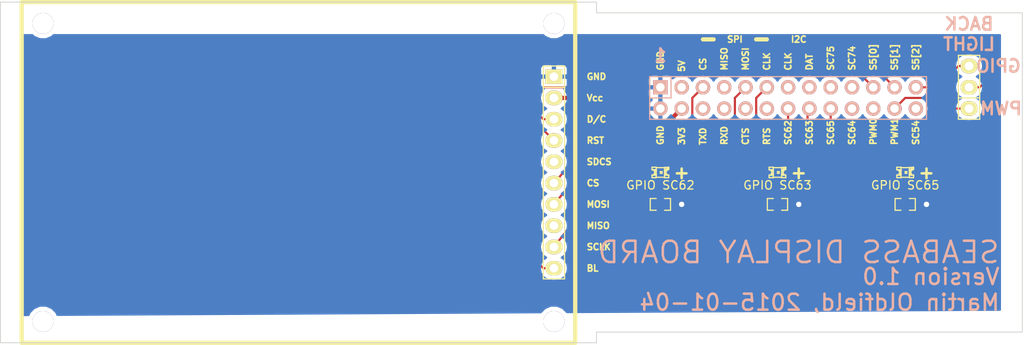
<source format=kicad_pcb>
(kicad_pcb (version 4) (host pcbnew "(2014-12-14 BZR 5322)-product")

  (general
    (links 20)
    (no_connects 0)
    (area 17.729999 44.399999 139.750001 85.140001)
    (thickness 1.6)
    (drawings 71)
    (tracks 81)
    (zones 0)
    (modules 13)
    (nets 30)
  )

  (page A4)
  (layers
    (0 F.Cu signal)
    (31 B.Cu signal)
    (32 B.Adhes user)
    (33 F.Adhes user)
    (34 B.Paste user)
    (35 F.Paste user)
    (36 B.SilkS user)
    (37 F.SilkS user)
    (38 B.Mask user)
    (39 F.Mask user)
    (40 Dwgs.User user hide)
    (41 Cmts.User user)
    (42 Eco1.User user)
    (43 Eco2.User user)
    (44 Edge.Cuts user)
    (45 Margin user)
    (46 B.CrtYd user)
    (47 F.CrtYd user)
    (48 B.Fab user)
    (49 F.Fab user)
  )

  (setup
    (last_trace_width 0.254)
    (trace_clearance 0.254)
    (zone_clearance 0.508)
    (zone_45_only no)
    (trace_min 0.254)
    (segment_width 0.508)
    (edge_width 0.1)
    (via_size 0.889)
    (via_drill 0.635)
    (via_min_size 0.889)
    (via_min_drill 0.508)
    (uvia_size 0.508)
    (uvia_drill 0.127)
    (uvias_allowed no)
    (uvia_min_size 0.508)
    (uvia_min_drill 0.127)
    (pcb_text_width 0.3)
    (pcb_text_size 1.5 1.5)
    (mod_edge_width 0.15)
    (mod_text_size 1 1)
    (mod_text_width 0.15)
    (pad_size 1.7272 1.7272)
    (pad_drill 1.016)
    (pad_to_mask_clearance 0)
    (aux_axis_origin 0 0)
    (visible_elements FFFFFF7F)
    (pcbplotparams
      (layerselection 0x00030_80000001)
      (usegerberextensions false)
      (excludeedgelayer true)
      (linewidth 0.100000)
      (plotframeref false)
      (viasonmask false)
      (mode 1)
      (useauxorigin false)
      (hpglpennumber 1)
      (hpglpenspeed 20)
      (hpglpendiameter 15)
      (hpglpenoverlay 2)
      (psnegative false)
      (psa4output false)
      (plotreference true)
      (plotvalue true)
      (plotinvisibletext false)
      (padsonsilk false)
      (subtractmaskfromsilk false)
      (outputformat 1)
      (mirror false)
      (drillshape 1)
      (scaleselection 1)
      (outputdirectory ""))
  )

  (net 0 "")
  (net 1 V3V3)
  (net 2 V5V)
  (net 3 GND)
  (net 4 TXD)
  (net 5 RXD)
  (net 6 CTS)
  (net 7 RTS)
  (net 8 SC62)
  (net 9 SC63)
  (net 10 SC65)
  (net 11 SC64)
  (net 12 PWM0)
  (net 13 PWM1)
  (net 14 SC54)
  (net 15 S52)
  (net 16 S51)
  (net 17 S50)
  (net 18 SC74)
  (net 19 SC75)
  (net 20 I2C_DAT)
  (net 21 I2C_CLK)
  (net 22 SPI_CLK)
  (net 23 SPI_MOSI)
  (net 24 SPI_MISO)
  (net 25 SPI_CS)
  (net 26 BL)
  (net 27 NL0)
  (net 28 NL1)
  (net 29 NL2)

  (net_class Default "This is the default net class."
    (clearance 0.254)
    (trace_width 0.254)
    (via_dia 0.889)
    (via_drill 0.635)
    (uvia_dia 0.508)
    (uvia_drill 0.127)
    (add_net GND)
    (add_net NL1)
    (add_net NL2)
  )

  (net_class Power ""
    (clearance 0.254)
    (trace_width 1.016)
    (via_dia 0.889)
    (via_drill 0.635)
    (uvia_dia 0.508)
    (uvia_drill 0.127)
    (add_net V3V3)
    (add_net V5V)
  )

  (net_class Signal ""
    (clearance 0.254)
    (trace_width 0.508)
    (via_dia 0.889)
    (via_drill 0.635)
    (uvia_dia 0.508)
    (uvia_drill 0.127)
    (add_net BL)
    (add_net CTS)
    (add_net I2C_CLK)
    (add_net I2C_DAT)
    (add_net NL0)
    (add_net PWM0)
    (add_net PWM1)
    (add_net RTS)
    (add_net RXD)
    (add_net S50)
    (add_net S51)
    (add_net S52)
    (add_net SC54)
    (add_net SC62)
    (add_net SC63)
    (add_net SC64)
    (add_net SC65)
    (add_net SC74)
    (add_net SC75)
    (add_net SPI_CLK)
    (add_net SPI_CS)
    (add_net SPI_MISO)
    (add_net SPI_MOSI)
    (add_net TXD)
  )

  (module Mounting_Holes:MountingHole_2-5mm (layer F.Cu) (tedit 54A7CFEC) (tstamp 54A7D11B)
    (at 22.86 46.99)
    (descr "Mounting hole, Befestigungsbohrung, 2,5mm, No Annular, Kein Restring,")
    (tags "Mounting hole, Befestigungsbohrung, 2,5mm, No Annular, Kein Restring,")
    (fp_text reference MountingHole_2-5mm (at 0 -3.50012) (layer F.SilkS) hide
      (effects (font (size 1 1) (thickness 0.15)))
    )
    (fp_text value VAL** (at 0.09906 3.59918) (layer F.SilkS) hide
      (effects (font (size 1 1) (thickness 0.15)))
    )
    (fp_circle (center 0 0) (end 2.49936 0) (layer Cmts.User) (width 0.381))
    (pad 1 thru_hole circle (at 0 0) (size 2.49936 2.49936) (drill 2.49936) (layers))
  )

  (module Mounting_Holes:MountingHole_2-5mm (layer F.Cu) (tedit 54A7CFE4) (tstamp 54A79968)
    (at 83.82 46.99)
    (descr "Mounting hole, Befestigungsbohrung, 2,5mm, No Annular, Kein Restring,")
    (tags "Mounting hole, Befestigungsbohrung, 2,5mm, No Annular, Kein Restring,")
    (fp_text reference MountingHole_2-5mm (at 0 -3.50012) (layer F.SilkS) hide
      (effects (font (size 1 1) (thickness 0.15)))
    )
    (fp_text value VAL** (at 0.09906 3.59918) (layer F.SilkS) hide
      (effects (font (size 1 1) (thickness 0.15)))
    )
    (fp_circle (center 0 0) (end 2.49936 0) (layer Cmts.User) (width 0.381))
    (pad 1 thru_hole circle (at 0 0) (size 2.49936 2.49936) (drill 2.49936) (layers))
  )

  (module Pin_Headers:Pin_Header_Straight_2x13 (layer B.Cu) (tedit 54A91171) (tstamp 54A84E32)
    (at 111.76 55.88)
    (descr "Through hole pin header")
    (tags "pin header")
    (fp_text reference Pin_Header_Straight_2x13 (at 0 3.81) (layer B.SilkS) hide
      (effects (font (size 1 1) (thickness 0.15)) (justify mirror))
    )
    (fp_text value VAL** (at 0 0) (layer B.SilkS) hide
      (effects (font (size 1 1) (thickness 0.15)) (justify mirror))
    )
    (fp_line (start -16.51 2.54) (end 16.51 2.54) (layer B.SilkS) (width 0.15))
    (fp_line (start -13.97 -2.54) (end 16.51 -2.54) (layer B.SilkS) (width 0.15))
    (fp_line (start 16.51 2.54) (end 16.51 -2.54) (layer B.SilkS) (width 0.15))
    (fp_line (start -16.51 2.54) (end -16.51 0) (layer B.SilkS) (width 0.15))
    (fp_line (start -16.51 -2.54) (end -13.97 -2.54) (layer B.SilkS) (width 0.15))
    (fp_line (start -16.51 0) (end -13.97 0) (layer B.SilkS) (width 0.15))
    (fp_line (start -13.97 0) (end -13.97 -2.54) (layer B.SilkS) (width 0.15))
    (fp_line (start -16.51 -2.54) (end -16.51 0) (layer B.SilkS) (width 0.15))
    (pad 1 thru_hole rect (at -15.24 -1.27) (size 1.7272 1.7272) (drill 1.016) (layers *.Cu *.Mask B.SilkS)
      (net 3 GND))
    (pad 2 thru_hole oval (at -15.24 1.27) (size 1.7272 1.7272) (drill 1.016) (layers *.Cu *.Mask B.SilkS)
      (net 3 GND))
    (pad 3 thru_hole oval (at -12.7 -1.27) (size 1.7272 1.7272) (drill 1.016) (layers *.Cu *.Mask B.SilkS)
      (net 2 V5V))
    (pad 4 thru_hole oval (at -12.7 1.27) (size 1.7272 1.7272) (drill 1.016) (layers *.Cu *.Mask B.SilkS)
      (net 1 V3V3))
    (pad 5 thru_hole oval (at -10.16 -1.27) (size 1.7272 1.7272) (drill 1.016) (layers *.Cu *.Mask B.SilkS)
      (net 25 SPI_CS))
    (pad 6 thru_hole oval (at -10.16 1.27) (size 1.7272 1.7272) (drill 1.016) (layers *.Cu *.Mask B.SilkS)
      (net 4 TXD))
    (pad 7 thru_hole oval (at -7.62 -1.27) (size 1.7272 1.7272) (drill 1.016) (layers *.Cu *.Mask B.SilkS)
      (net 24 SPI_MISO))
    (pad 8 thru_hole oval (at -7.62 1.27) (size 1.7272 1.7272) (drill 1.016) (layers *.Cu *.Mask B.SilkS)
      (net 5 RXD))
    (pad 9 thru_hole oval (at -5.08 -1.27) (size 1.7272 1.7272) (drill 1.016) (layers *.Cu *.Mask B.SilkS)
      (net 23 SPI_MOSI))
    (pad 10 thru_hole oval (at -5.08 1.27) (size 1.7272 1.7272) (drill 1.016) (layers *.Cu *.Mask B.SilkS)
      (net 6 CTS))
    (pad 11 thru_hole oval (at -2.54 -1.27) (size 1.7272 1.7272) (drill 1.016) (layers *.Cu *.Mask B.SilkS)
      (net 22 SPI_CLK))
    (pad 12 thru_hole oval (at -2.54 1.27) (size 1.7272 1.7272) (drill 1.016) (layers *.Cu *.Mask B.SilkS)
      (net 7 RTS))
    (pad 13 thru_hole oval (at 0 -1.27) (size 1.7272 1.7272) (drill 1.016) (layers *.Cu *.Mask B.SilkS)
      (net 21 I2C_CLK))
    (pad 14 thru_hole oval (at 0 1.27) (size 1.7272 1.7272) (drill 1.016) (layers *.Cu *.Mask B.SilkS)
      (net 8 SC62))
    (pad 15 thru_hole oval (at 2.54 -1.27) (size 1.7272 1.7272) (drill 1.016) (layers *.Cu *.Mask B.SilkS)
      (net 20 I2C_DAT))
    (pad 16 thru_hole oval (at 2.54 1.27) (size 1.7272 1.7272) (drill 1.016) (layers *.Cu *.Mask B.SilkS)
      (net 9 SC63))
    (pad 17 thru_hole oval (at 5.08 -1.27) (size 1.7272 1.7272) (drill 1.016) (layers *.Cu *.Mask B.SilkS)
      (net 19 SC75))
    (pad 18 thru_hole oval (at 5.08 1.27) (size 1.7272 1.7272) (drill 1.016) (layers *.Cu *.Mask B.SilkS)
      (net 10 SC65))
    (pad 19 thru_hole oval (at 7.62 -1.27) (size 1.7272 1.7272) (drill 1.016) (layers *.Cu *.Mask B.SilkS)
      (net 18 SC74))
    (pad 20 thru_hole oval (at 7.62 1.27) (size 1.7272 1.7272) (drill 1.016) (layers *.Cu *.Mask B.SilkS)
      (net 11 SC64))
    (pad 21 thru_hole oval (at 10.16 -1.27) (size 1.7272 1.7272) (drill 1.016) (layers *.Cu *.Mask B.SilkS)
      (net 17 S50))
    (pad 22 thru_hole oval (at 10.16 1.27) (size 1.7272 1.7272) (drill 1.016) (layers *.Cu *.Mask B.SilkS)
      (net 12 PWM0))
    (pad 23 thru_hole oval (at 12.7 -1.27) (size 1.7272 1.7272) (drill 1.016) (layers *.Cu *.Mask B.SilkS)
      (net 16 S51))
    (pad 24 thru_hole oval (at 12.7 1.27) (size 1.7272 1.7272) (drill 1.016) (layers *.Cu *.Mask B.SilkS)
      (net 13 PWM1))
    (pad 25 thru_hole oval (at 15.24 -1.27) (size 1.7272 1.7272) (drill 1.016) (layers *.Cu *.Mask B.SilkS)
      (net 15 S52))
    (pad 26 thru_hole oval (at 15.24 1.27) (size 1.7272 1.7272) (drill 1.016) (layers *.Cu *.Mask B.SilkS)
      (net 14 SC54))
    (model Pin_Headers/Pin_Header_Straight_2x13.wrl
      (at (xyz 0 0 0))
      (scale (xyz 1 1 1))
      (rotate (xyz 0 0 0))
    )
  )

  (module Pin_Headers:Pin_Header_Straight_1x10 (layer F.Cu) (tedit 54A814EE) (tstamp 54A79664)
    (at 83.82 64.77 270)
    (descr "Through hole pin header")
    (tags "pin header")
    (fp_text reference Pin_Header_Straight_1x10 (at 0 -2.286 270) (layer F.SilkS) hide
      (effects (font (size 1 1) (thickness 0.15)))
    )
    (fp_text value VAL** (at 0 0 270) (layer F.SilkS) hide
      (effects (font (size 1 1) (thickness 0.15)))
    )
    (fp_line (start -10.16 -1.27) (end 12.7 -1.27) (layer F.SilkS) (width 0.15))
    (fp_line (start 12.7 -1.27) (end 12.7 1.27) (layer F.SilkS) (width 0.15))
    (fp_line (start 12.7 1.27) (end -10.16 1.27) (layer F.SilkS) (width 0.15))
    (fp_line (start -12.7 -1.27) (end -10.16 -1.27) (layer F.SilkS) (width 0.15))
    (fp_line (start -10.16 -1.27) (end -10.16 1.27) (layer F.SilkS) (width 0.15))
    (fp_line (start -12.7 -1.27) (end -12.7 1.27) (layer F.SilkS) (width 0.15))
    (fp_line (start -12.7 1.27) (end -10.16 1.27) (layer F.SilkS) (width 0.15))
    (pad 1 thru_hole rect (at -11.43 0 270) (size 1.7272 2.032) (drill 1.016) (layers *.Cu *.Mask F.SilkS)
      (net 3 GND))
    (pad 2 thru_hole oval (at -8.89 0 270) (size 1.7272 2.032) (drill 1.016) (layers *.Cu *.Mask F.SilkS)
      (net 1 V3V3))
    (pad 3 thru_hole oval (at -6.35 0 270) (size 1.7272 2.032) (drill 1.016) (layers *.Cu *.Mask F.SilkS)
      (net 17 S50))
    (pad 4 thru_hole oval (at -3.81 0 270) (size 1.7272 2.032) (drill 1.016) (layers *.Cu *.Mask F.SilkS)
      (net 16 S51))
    (pad 5 thru_hole oval (at -1.27 0 270) (size 1.7272 2.032) (drill 1.016) (layers *.Cu *.Mask F.SilkS))
    (pad 6 thru_hole oval (at 1.27 0 270) (size 1.7272 2.032) (drill 1.016) (layers *.Cu *.Mask F.SilkS)
      (net 25 SPI_CS))
    (pad 7 thru_hole oval (at 3.81 0 270) (size 1.7272 2.032) (drill 1.016) (layers *.Cu *.Mask F.SilkS)
      (net 23 SPI_MOSI))
    (pad 8 thru_hole oval (at 6.35 0 270) (size 1.7272 2.032) (drill 1.016) (layers *.Cu *.Mask F.SilkS))
    (pad 9 thru_hole oval (at 8.89 0 270) (size 1.7272 2.032) (drill 1.016) (layers *.Cu *.Mask F.SilkS)
      (net 22 SPI_CLK))
    (pad 10 thru_hole oval (at 11.43 0 270) (size 1.7272 2.032) (drill 1.016) (layers *.Cu *.Mask F.SilkS)
      (net 26 BL))
    (model Pin_Headers/Pin_Header_Straight_1x10.wrl
      (at (xyz 0 0 0))
      (scale (xyz 1 1 1))
      (rotate (xyz 0 0 0))
    )
  )

  (module Mounting_Holes:MountingHole_2-5mm (layer F.Cu) (tedit 54A7CFD4) (tstamp 54A79943)
    (at 83.82 82.55)
    (descr "Mounting hole, Befestigungsbohrung, 2,5mm, No Annular, Kein Restring,")
    (tags "Mounting hole, Befestigungsbohrung, 2,5mm, No Annular, Kein Restring,")
    (fp_text reference MountingHole_2-5mm (at 0 -3.50012) (layer F.SilkS) hide
      (effects (font (size 1 1) (thickness 0.15)))
    )
    (fp_text value VAL** (at 0.09906 3.59918) (layer F.SilkS) hide
      (effects (font (size 1 1) (thickness 0.15)))
    )
    (fp_circle (center 0 0) (end 2.49936 0) (layer Cmts.User) (width 0.381))
    (pad 1 thru_hole circle (at 0 0) (size 2.49936 2.49936) (drill 2.49936) (layers))
  )

  (module Mounting_Holes:MountingHole_2-5mm (layer F.Cu) (tedit 54A7CFF2) (tstamp 54A7D122)
    (at 22.86 82.55)
    (descr "Mounting hole, Befestigungsbohrung, 2,5mm, No Annular, Kein Restring,")
    (tags "Mounting hole, Befestigungsbohrung, 2,5mm, No Annular, Kein Restring,")
    (fp_text reference MountingHole_2-5mm (at 0 -3.50012) (layer F.SilkS) hide
      (effects (font (size 1 1) (thickness 0.15)))
    )
    (fp_text value VAL** (at 0.09906 3.59918) (layer F.SilkS) hide
      (effects (font (size 1 1) (thickness 0.15)))
    )
    (fp_circle (center 0 0) (end 2.49936 0) (layer Cmts.User) (width 0.381))
    (pad 1 thru_hole circle (at 0 0) (size 2.49936 2.49936) (drill 2.49936) (layers))
  )

  (module Pin_Headers:Pin_Header_Straight_1x03 (layer F.Cu) (tedit 54A81F57) (tstamp 54A81F2B)
    (at 133.35 54.61 90)
    (descr "Through hole pin header")
    (tags "pin header")
    (fp_text reference Pin_Header_Straight_1x03 (at 0 -2.286 90) (layer F.SilkS) hide
      (effects (font (size 1 1) (thickness 0.15)))
    )
    (fp_text value VAL** (at 0 0 90) (layer F.SilkS) hide
      (effects (font (size 1 1) (thickness 0.15)))
    )
    (fp_line (start -1.27 1.27) (end 3.81 1.27) (layer F.SilkS) (width 0.15))
    (fp_line (start 3.81 1.27) (end 3.81 -1.27) (layer F.SilkS) (width 0.15))
    (fp_line (start 3.81 -1.27) (end -1.27 -1.27) (layer F.SilkS) (width 0.15))
    (fp_line (start -3.81 -1.27) (end -1.27 -1.27) (layer F.SilkS) (width 0.15))
    (fp_line (start -1.27 -1.27) (end -1.27 1.27) (layer F.SilkS) (width 0.15))
    (fp_line (start -3.81 -1.27) (end -3.81 1.27) (layer F.SilkS) (width 0.15))
    (fp_line (start -3.81 1.27) (end -1.27 1.27) (layer F.SilkS) (width 0.15))
    (pad 1 thru_hole oval (at -2.54 0 90) (size 1.7272 2.032) (drill 1.016) (layers *.Cu *.Mask F.SilkS)
      (net 13 PWM1))
    (pad 2 thru_hole oval (at 0 0 90) (size 1.7272 2.032) (drill 1.016) (layers *.Cu *.Mask F.SilkS)
      (net 26 BL))
    (pad 3 thru_hole oval (at 2.54 0 90) (size 1.7272 2.032) (drill 1.016) (layers *.Cu *.Mask F.SilkS)
      (net 15 S52))
    (model Pin_Headers/Pin_Header_Straight_1x03.wrl
      (at (xyz 0 0 0))
      (scale (xyz 1 1 1))
      (rotate (xyz 0 0 0))
    )
  )

  (module LEDs:LED-0805 (layer F.Cu) (tedit 54A84911) (tstamp 54A831E2)
    (at 96.52 64.77)
    (descr "LED 0805 smd package")
    (tags "LED 0805 SMD")
    (attr smd)
    (fp_text reference LED1 (at 0 -1.27) (layer F.SilkS) hide
      (effects (font (size 1 1) (thickness 0.15)))
    )
    (fp_text value "GPIO SC62" (at 0 1.524) (layer F.SilkS)
      (effects (font (size 1 1) (thickness 0.15)))
    )
    (fp_line (start 0.49784 0.29972) (end 0.49784 0.62484) (layer F.SilkS) (width 0.15))
    (fp_line (start 0.49784 0.62484) (end 0.99822 0.62484) (layer F.SilkS) (width 0.15))
    (fp_line (start 0.99822 0.29972) (end 0.99822 0.62484) (layer F.SilkS) (width 0.15))
    (fp_line (start 0.49784 0.29972) (end 0.99822 0.29972) (layer F.SilkS) (width 0.15))
    (fp_line (start 0.49784 -0.32258) (end 0.49784 -0.17272) (layer F.SilkS) (width 0.15))
    (fp_line (start 0.49784 -0.17272) (end 0.7493 -0.17272) (layer F.SilkS) (width 0.15))
    (fp_line (start 0.7493 -0.32258) (end 0.7493 -0.17272) (layer F.SilkS) (width 0.15))
    (fp_line (start 0.49784 -0.32258) (end 0.7493 -0.32258) (layer F.SilkS) (width 0.15))
    (fp_line (start 0.49784 0.17272) (end 0.49784 0.32258) (layer F.SilkS) (width 0.15))
    (fp_line (start 0.49784 0.32258) (end 0.7493 0.32258) (layer F.SilkS) (width 0.15))
    (fp_line (start 0.7493 0.17272) (end 0.7493 0.32258) (layer F.SilkS) (width 0.15))
    (fp_line (start 0.49784 0.17272) (end 0.7493 0.17272) (layer F.SilkS) (width 0.15))
    (fp_line (start 0.49784 -0.19812) (end 0.49784 0.19812) (layer F.SilkS) (width 0.15))
    (fp_line (start 0.49784 0.19812) (end 0.6731 0.19812) (layer F.SilkS) (width 0.15))
    (fp_line (start 0.6731 -0.19812) (end 0.6731 0.19812) (layer F.SilkS) (width 0.15))
    (fp_line (start 0.49784 -0.19812) (end 0.6731 -0.19812) (layer F.SilkS) (width 0.15))
    (fp_line (start -0.99822 0.29972) (end -0.99822 0.62484) (layer F.SilkS) (width 0.15))
    (fp_line (start -0.99822 0.62484) (end -0.49784 0.62484) (layer F.SilkS) (width 0.15))
    (fp_line (start -0.49784 0.29972) (end -0.49784 0.62484) (layer F.SilkS) (width 0.15))
    (fp_line (start -0.99822 0.29972) (end -0.49784 0.29972) (layer F.SilkS) (width 0.15))
    (fp_line (start -0.99822 -0.62484) (end -0.99822 -0.29972) (layer F.SilkS) (width 0.15))
    (fp_line (start -0.99822 -0.29972) (end -0.49784 -0.29972) (layer F.SilkS) (width 0.15))
    (fp_line (start -0.49784 -0.62484) (end -0.49784 -0.29972) (layer F.SilkS) (width 0.15))
    (fp_line (start -0.99822 -0.62484) (end -0.49784 -0.62484) (layer F.SilkS) (width 0.15))
    (fp_line (start -0.7493 0.17272) (end -0.7493 0.32258) (layer F.SilkS) (width 0.15))
    (fp_line (start -0.7493 0.32258) (end -0.49784 0.32258) (layer F.SilkS) (width 0.15))
    (fp_line (start -0.49784 0.17272) (end -0.49784 0.32258) (layer F.SilkS) (width 0.15))
    (fp_line (start -0.7493 0.17272) (end -0.49784 0.17272) (layer F.SilkS) (width 0.15))
    (fp_line (start -0.7493 -0.32258) (end -0.7493 -0.17272) (layer F.SilkS) (width 0.15))
    (fp_line (start -0.7493 -0.17272) (end -0.49784 -0.17272) (layer F.SilkS) (width 0.15))
    (fp_line (start -0.49784 -0.32258) (end -0.49784 -0.17272) (layer F.SilkS) (width 0.15))
    (fp_line (start -0.7493 -0.32258) (end -0.49784 -0.32258) (layer F.SilkS) (width 0.15))
    (fp_line (start -0.6731 -0.19812) (end -0.6731 0.19812) (layer F.SilkS) (width 0.15))
    (fp_line (start -0.6731 0.19812) (end -0.49784 0.19812) (layer F.SilkS) (width 0.15))
    (fp_line (start -0.49784 -0.19812) (end -0.49784 0.19812) (layer F.SilkS) (width 0.15))
    (fp_line (start -0.6731 -0.19812) (end -0.49784 -0.19812) (layer F.SilkS) (width 0.15))
    (fp_line (start 0 -0.09906) (end 0 0.09906) (layer F.SilkS) (width 0.15))
    (fp_line (start 0 0.09906) (end 0.19812 0.09906) (layer F.SilkS) (width 0.15))
    (fp_line (start 0.19812 -0.09906) (end 0.19812 0.09906) (layer F.SilkS) (width 0.15))
    (fp_line (start 0 -0.09906) (end 0.19812 -0.09906) (layer F.SilkS) (width 0.15))
    (fp_line (start 0.49784 -0.59944) (end 0.49784 -0.29972) (layer F.SilkS) (width 0.15))
    (fp_line (start 0.49784 -0.29972) (end 0.79756 -0.29972) (layer F.SilkS) (width 0.15))
    (fp_line (start 0.79756 -0.59944) (end 0.79756 -0.29972) (layer F.SilkS) (width 0.15))
    (fp_line (start 0.49784 -0.59944) (end 0.79756 -0.59944) (layer F.SilkS) (width 0.15))
    (fp_line (start 0.92456 -0.62484) (end 0.92456 -0.39878) (layer F.SilkS) (width 0.15))
    (fp_line (start 0.92456 -0.39878) (end 0.99822 -0.39878) (layer F.SilkS) (width 0.15))
    (fp_line (start 0.99822 -0.62484) (end 0.99822 -0.39878) (layer F.SilkS) (width 0.15))
    (fp_line (start 0.92456 -0.62484) (end 0.99822 -0.62484) (layer F.SilkS) (width 0.15))
    (fp_line (start 0.52324 0.57404) (end -0.52324 0.57404) (layer F.SilkS) (width 0.15))
    (fp_line (start -0.49784 -0.57404) (end 0.92456 -0.57404) (layer F.SilkS) (width 0.15))
    (fp_circle (center 0.84836 -0.44958) (end 0.89916 -0.50038) (layer F.SilkS) (width 0.15))
    (fp_arc (start 0.99822 0) (end 0.99822 0.34798) (angle 180) (layer F.SilkS) (width 0.15))
    (fp_arc (start -0.99822 0) (end -0.99822 -0.34798) (angle 180) (layer F.SilkS) (width 0.15))
    (pad 1 smd rect (at -1.04902 0) (size 1.19888 1.19888) (layers F.Cu F.Paste F.Mask)
      (net 27 NL0))
    (pad 2 smd rect (at 1.04902 0) (size 1.19888 1.19888) (layers F.Cu F.Paste F.Mask)
      (net 8 SC62))
  )

  (module LEDs:LED-0805 (layer F.Cu) (tedit 54A9134F) (tstamp 54A8322F)
    (at 110.49 64.77)
    (descr "LED 0805 smd package")
    (tags "LED 0805 SMD")
    (attr smd)
    (fp_text reference LED-0805 (at 0 -1.27) (layer F.SilkS) hide
      (effects (font (size 1 1) (thickness 0.15)))
    )
    (fp_text value "GPIO SC63" (at 0 1.524) (layer F.SilkS)
      (effects (font (size 1 1) (thickness 0.15)))
    )
    (fp_line (start 0.49784 0.29972) (end 0.49784 0.62484) (layer F.SilkS) (width 0.15))
    (fp_line (start 0.49784 0.62484) (end 0.99822 0.62484) (layer F.SilkS) (width 0.15))
    (fp_line (start 0.99822 0.29972) (end 0.99822 0.62484) (layer F.SilkS) (width 0.15))
    (fp_line (start 0.49784 0.29972) (end 0.99822 0.29972) (layer F.SilkS) (width 0.15))
    (fp_line (start 0.49784 -0.32258) (end 0.49784 -0.17272) (layer F.SilkS) (width 0.15))
    (fp_line (start 0.49784 -0.17272) (end 0.7493 -0.17272) (layer F.SilkS) (width 0.15))
    (fp_line (start 0.7493 -0.32258) (end 0.7493 -0.17272) (layer F.SilkS) (width 0.15))
    (fp_line (start 0.49784 -0.32258) (end 0.7493 -0.32258) (layer F.SilkS) (width 0.15))
    (fp_line (start 0.49784 0.17272) (end 0.49784 0.32258) (layer F.SilkS) (width 0.15))
    (fp_line (start 0.49784 0.32258) (end 0.7493 0.32258) (layer F.SilkS) (width 0.15))
    (fp_line (start 0.7493 0.17272) (end 0.7493 0.32258) (layer F.SilkS) (width 0.15))
    (fp_line (start 0.49784 0.17272) (end 0.7493 0.17272) (layer F.SilkS) (width 0.15))
    (fp_line (start 0.49784 -0.19812) (end 0.49784 0.19812) (layer F.SilkS) (width 0.15))
    (fp_line (start 0.49784 0.19812) (end 0.6731 0.19812) (layer F.SilkS) (width 0.15))
    (fp_line (start 0.6731 -0.19812) (end 0.6731 0.19812) (layer F.SilkS) (width 0.15))
    (fp_line (start 0.49784 -0.19812) (end 0.6731 -0.19812) (layer F.SilkS) (width 0.15))
    (fp_line (start -0.99822 0.29972) (end -0.99822 0.62484) (layer F.SilkS) (width 0.15))
    (fp_line (start -0.99822 0.62484) (end -0.49784 0.62484) (layer F.SilkS) (width 0.15))
    (fp_line (start -0.49784 0.29972) (end -0.49784 0.62484) (layer F.SilkS) (width 0.15))
    (fp_line (start -0.99822 0.29972) (end -0.49784 0.29972) (layer F.SilkS) (width 0.15))
    (fp_line (start -0.99822 -0.62484) (end -0.99822 -0.29972) (layer F.SilkS) (width 0.15))
    (fp_line (start -0.99822 -0.29972) (end -0.49784 -0.29972) (layer F.SilkS) (width 0.15))
    (fp_line (start -0.49784 -0.62484) (end -0.49784 -0.29972) (layer F.SilkS) (width 0.15))
    (fp_line (start -0.99822 -0.62484) (end -0.49784 -0.62484) (layer F.SilkS) (width 0.15))
    (fp_line (start -0.7493 0.17272) (end -0.7493 0.32258) (layer F.SilkS) (width 0.15))
    (fp_line (start -0.7493 0.32258) (end -0.49784 0.32258) (layer F.SilkS) (width 0.15))
    (fp_line (start -0.49784 0.17272) (end -0.49784 0.32258) (layer F.SilkS) (width 0.15))
    (fp_line (start -0.7493 0.17272) (end -0.49784 0.17272) (layer F.SilkS) (width 0.15))
    (fp_line (start -0.7493 -0.32258) (end -0.7493 -0.17272) (layer F.SilkS) (width 0.15))
    (fp_line (start -0.7493 -0.17272) (end -0.49784 -0.17272) (layer F.SilkS) (width 0.15))
    (fp_line (start -0.49784 -0.32258) (end -0.49784 -0.17272) (layer F.SilkS) (width 0.15))
    (fp_line (start -0.7493 -0.32258) (end -0.49784 -0.32258) (layer F.SilkS) (width 0.15))
    (fp_line (start -0.6731 -0.19812) (end -0.6731 0.19812) (layer F.SilkS) (width 0.15))
    (fp_line (start -0.6731 0.19812) (end -0.49784 0.19812) (layer F.SilkS) (width 0.15))
    (fp_line (start -0.49784 -0.19812) (end -0.49784 0.19812) (layer F.SilkS) (width 0.15))
    (fp_line (start -0.6731 -0.19812) (end -0.49784 -0.19812) (layer F.SilkS) (width 0.15))
    (fp_line (start 0 -0.09906) (end 0 0.09906) (layer F.SilkS) (width 0.15))
    (fp_line (start 0 0.09906) (end 0.19812 0.09906) (layer F.SilkS) (width 0.15))
    (fp_line (start 0.19812 -0.09906) (end 0.19812 0.09906) (layer F.SilkS) (width 0.15))
    (fp_line (start 0 -0.09906) (end 0.19812 -0.09906) (layer F.SilkS) (width 0.15))
    (fp_line (start 0.49784 -0.59944) (end 0.49784 -0.29972) (layer F.SilkS) (width 0.15))
    (fp_line (start 0.49784 -0.29972) (end 0.79756 -0.29972) (layer F.SilkS) (width 0.15))
    (fp_line (start 0.79756 -0.59944) (end 0.79756 -0.29972) (layer F.SilkS) (width 0.15))
    (fp_line (start 0.49784 -0.59944) (end 0.79756 -0.59944) (layer F.SilkS) (width 0.15))
    (fp_line (start 0.92456 -0.62484) (end 0.92456 -0.39878) (layer F.SilkS) (width 0.15))
    (fp_line (start 0.92456 -0.39878) (end 0.99822 -0.39878) (layer F.SilkS) (width 0.15))
    (fp_line (start 0.99822 -0.62484) (end 0.99822 -0.39878) (layer F.SilkS) (width 0.15))
    (fp_line (start 0.92456 -0.62484) (end 0.99822 -0.62484) (layer F.SilkS) (width 0.15))
    (fp_line (start 0.52324 0.57404) (end -0.52324 0.57404) (layer F.SilkS) (width 0.15))
    (fp_line (start -0.49784 -0.57404) (end 0.92456 -0.57404) (layer F.SilkS) (width 0.15))
    (fp_circle (center 0.84836 -0.44958) (end 0.89916 -0.50038) (layer F.SilkS) (width 0.15))
    (fp_arc (start 0.99822 0) (end 0.99822 0.34798) (angle 180) (layer F.SilkS) (width 0.15))
    (fp_arc (start -0.99822 0) (end -0.99822 -0.34798) (angle 180) (layer F.SilkS) (width 0.15))
    (pad 1 smd rect (at -1.04902 0) (size 1.19888 1.19888) (layers F.Cu F.Paste F.Mask)
      (net 28 NL1))
    (pad 2 smd rect (at 1.04902 0) (size 1.19888 1.19888) (layers F.Cu F.Paste F.Mask)
      (net 9 SC63))
  )

  (module LEDs:LED-0805 (layer F.Cu) (tedit 54A84936) (tstamp 54A8326A)
    (at 125.73 64.77)
    (descr "LED 0805 smd package")
    (tags "LED 0805 SMD")
    (attr smd)
    (fp_text reference LED-0805 (at 0 -1.27) (layer F.SilkS) hide
      (effects (font (size 1 1) (thickness 0.15)))
    )
    (fp_text value "GPIO SC65" (at 0 1.524) (layer F.SilkS)
      (effects (font (size 1 1) (thickness 0.15)))
    )
    (fp_line (start 0.49784 0.29972) (end 0.49784 0.62484) (layer F.SilkS) (width 0.15))
    (fp_line (start 0.49784 0.62484) (end 0.99822 0.62484) (layer F.SilkS) (width 0.15))
    (fp_line (start 0.99822 0.29972) (end 0.99822 0.62484) (layer F.SilkS) (width 0.15))
    (fp_line (start 0.49784 0.29972) (end 0.99822 0.29972) (layer F.SilkS) (width 0.15))
    (fp_line (start 0.49784 -0.32258) (end 0.49784 -0.17272) (layer F.SilkS) (width 0.15))
    (fp_line (start 0.49784 -0.17272) (end 0.7493 -0.17272) (layer F.SilkS) (width 0.15))
    (fp_line (start 0.7493 -0.32258) (end 0.7493 -0.17272) (layer F.SilkS) (width 0.15))
    (fp_line (start 0.49784 -0.32258) (end 0.7493 -0.32258) (layer F.SilkS) (width 0.15))
    (fp_line (start 0.49784 0.17272) (end 0.49784 0.32258) (layer F.SilkS) (width 0.15))
    (fp_line (start 0.49784 0.32258) (end 0.7493 0.32258) (layer F.SilkS) (width 0.15))
    (fp_line (start 0.7493 0.17272) (end 0.7493 0.32258) (layer F.SilkS) (width 0.15))
    (fp_line (start 0.49784 0.17272) (end 0.7493 0.17272) (layer F.SilkS) (width 0.15))
    (fp_line (start 0.49784 -0.19812) (end 0.49784 0.19812) (layer F.SilkS) (width 0.15))
    (fp_line (start 0.49784 0.19812) (end 0.6731 0.19812) (layer F.SilkS) (width 0.15))
    (fp_line (start 0.6731 -0.19812) (end 0.6731 0.19812) (layer F.SilkS) (width 0.15))
    (fp_line (start 0.49784 -0.19812) (end 0.6731 -0.19812) (layer F.SilkS) (width 0.15))
    (fp_line (start -0.99822 0.29972) (end -0.99822 0.62484) (layer F.SilkS) (width 0.15))
    (fp_line (start -0.99822 0.62484) (end -0.49784 0.62484) (layer F.SilkS) (width 0.15))
    (fp_line (start -0.49784 0.29972) (end -0.49784 0.62484) (layer F.SilkS) (width 0.15))
    (fp_line (start -0.99822 0.29972) (end -0.49784 0.29972) (layer F.SilkS) (width 0.15))
    (fp_line (start -0.99822 -0.62484) (end -0.99822 -0.29972) (layer F.SilkS) (width 0.15))
    (fp_line (start -0.99822 -0.29972) (end -0.49784 -0.29972) (layer F.SilkS) (width 0.15))
    (fp_line (start -0.49784 -0.62484) (end -0.49784 -0.29972) (layer F.SilkS) (width 0.15))
    (fp_line (start -0.99822 -0.62484) (end -0.49784 -0.62484) (layer F.SilkS) (width 0.15))
    (fp_line (start -0.7493 0.17272) (end -0.7493 0.32258) (layer F.SilkS) (width 0.15))
    (fp_line (start -0.7493 0.32258) (end -0.49784 0.32258) (layer F.SilkS) (width 0.15))
    (fp_line (start -0.49784 0.17272) (end -0.49784 0.32258) (layer F.SilkS) (width 0.15))
    (fp_line (start -0.7493 0.17272) (end -0.49784 0.17272) (layer F.SilkS) (width 0.15))
    (fp_line (start -0.7493 -0.32258) (end -0.7493 -0.17272) (layer F.SilkS) (width 0.15))
    (fp_line (start -0.7493 -0.17272) (end -0.49784 -0.17272) (layer F.SilkS) (width 0.15))
    (fp_line (start -0.49784 -0.32258) (end -0.49784 -0.17272) (layer F.SilkS) (width 0.15))
    (fp_line (start -0.7493 -0.32258) (end -0.49784 -0.32258) (layer F.SilkS) (width 0.15))
    (fp_line (start -0.6731 -0.19812) (end -0.6731 0.19812) (layer F.SilkS) (width 0.15))
    (fp_line (start -0.6731 0.19812) (end -0.49784 0.19812) (layer F.SilkS) (width 0.15))
    (fp_line (start -0.49784 -0.19812) (end -0.49784 0.19812) (layer F.SilkS) (width 0.15))
    (fp_line (start -0.6731 -0.19812) (end -0.49784 -0.19812) (layer F.SilkS) (width 0.15))
    (fp_line (start 0 -0.09906) (end 0 0.09906) (layer F.SilkS) (width 0.15))
    (fp_line (start 0 0.09906) (end 0.19812 0.09906) (layer F.SilkS) (width 0.15))
    (fp_line (start 0.19812 -0.09906) (end 0.19812 0.09906) (layer F.SilkS) (width 0.15))
    (fp_line (start 0 -0.09906) (end 0.19812 -0.09906) (layer F.SilkS) (width 0.15))
    (fp_line (start 0.49784 -0.59944) (end 0.49784 -0.29972) (layer F.SilkS) (width 0.15))
    (fp_line (start 0.49784 -0.29972) (end 0.79756 -0.29972) (layer F.SilkS) (width 0.15))
    (fp_line (start 0.79756 -0.59944) (end 0.79756 -0.29972) (layer F.SilkS) (width 0.15))
    (fp_line (start 0.49784 -0.59944) (end 0.79756 -0.59944) (layer F.SilkS) (width 0.15))
    (fp_line (start 0.92456 -0.62484) (end 0.92456 -0.39878) (layer F.SilkS) (width 0.15))
    (fp_line (start 0.92456 -0.39878) (end 0.99822 -0.39878) (layer F.SilkS) (width 0.15))
    (fp_line (start 0.99822 -0.62484) (end 0.99822 -0.39878) (layer F.SilkS) (width 0.15))
    (fp_line (start 0.92456 -0.62484) (end 0.99822 -0.62484) (layer F.SilkS) (width 0.15))
    (fp_line (start 0.52324 0.57404) (end -0.52324 0.57404) (layer F.SilkS) (width 0.15))
    (fp_line (start -0.49784 -0.57404) (end 0.92456 -0.57404) (layer F.SilkS) (width 0.15))
    (fp_circle (center 0.84836 -0.44958) (end 0.89916 -0.50038) (layer F.SilkS) (width 0.15))
    (fp_arc (start 0.99822 0) (end 0.99822 0.34798) (angle 180) (layer F.SilkS) (width 0.15))
    (fp_arc (start -0.99822 0) (end -0.99822 -0.34798) (angle 180) (layer F.SilkS) (width 0.15))
    (pad 1 smd rect (at -1.04902 0) (size 1.19888 1.19888) (layers F.Cu F.Paste F.Mask)
      (net 29 NL2))
    (pad 2 smd rect (at 1.04902 0) (size 1.19888 1.19888) (layers F.Cu F.Paste F.Mask)
      (net 10 SC65))
  )

  (module SMD_Packages:SMD-0603_r (layer F.Cu) (tedit 54A84C7B) (tstamp 54A84C22)
    (at 96.52 68.58)
    (attr smd)
    (fp_text reference SMD-0603_r (at 0.0635 -0.0635 90) (layer F.SilkS) hide
      (effects (font (size 1 1) (thickness 0.15)))
    )
    (fp_text value VAL** (at -1.69926 0 90) (layer F.SilkS) hide
      (effects (font (size 1 1) (thickness 0.15)))
    )
    (fp_line (start -0.50038 -0.6985) (end -1.2065 -0.6985) (layer F.SilkS) (width 0.15))
    (fp_line (start -1.2065 -0.6985) (end -1.2065 0.6985) (layer F.SilkS) (width 0.15))
    (fp_line (start -1.2065 0.6985) (end -0.50038 0.6985) (layer F.SilkS) (width 0.15))
    (fp_line (start 1.2065 -0.6985) (end 0.50038 -0.6985) (layer F.SilkS) (width 0.15))
    (fp_line (start 1.2065 -0.6985) (end 1.2065 0.6985) (layer F.SilkS) (width 0.15))
    (fp_line (start 1.2065 0.6985) (end 0.50038 0.6985) (layer F.SilkS) (width 0.15))
    (pad 1 smd rect (at -0.762 0) (size 0.635 1.143) (layers F.Cu F.Paste F.Mask)
      (net 27 NL0))
    (pad 2 smd rect (at 0.762 0) (size 0.635 1.143) (layers F.Cu F.Paste F.Mask)
      (net 3 GND))
    (model SMD_Packages/SMD-0603_r.wrl
      (at (xyz 0 0 0.001))
      (scale (xyz 0.5 0.5 0.5))
      (rotate (xyz 0 0 0))
    )
  )

  (module SMD_Packages:SMD-0603_r (layer F.Cu) (tedit 54A84C73) (tstamp 54A84C37)
    (at 110.49 68.58)
    (attr smd)
    (fp_text reference SMD-0603_r (at 0.0635 -0.0635 90) (layer F.SilkS) hide
      (effects (font (size 1 1) (thickness 0.15)))
    )
    (fp_text value VAL** (at -1.69926 0 90) (layer F.SilkS) hide
      (effects (font (size 1 1) (thickness 0.15)))
    )
    (fp_line (start -0.50038 -0.6985) (end -1.2065 -0.6985) (layer F.SilkS) (width 0.15))
    (fp_line (start -1.2065 -0.6985) (end -1.2065 0.6985) (layer F.SilkS) (width 0.15))
    (fp_line (start -1.2065 0.6985) (end -0.50038 0.6985) (layer F.SilkS) (width 0.15))
    (fp_line (start 1.2065 -0.6985) (end 0.50038 -0.6985) (layer F.SilkS) (width 0.15))
    (fp_line (start 1.2065 -0.6985) (end 1.2065 0.6985) (layer F.SilkS) (width 0.15))
    (fp_line (start 1.2065 0.6985) (end 0.50038 0.6985) (layer F.SilkS) (width 0.15))
    (pad 1 smd rect (at -0.762 0) (size 0.635 1.143) (layers F.Cu F.Paste F.Mask)
      (net 28 NL1))
    (pad 2 smd rect (at 0.762 0) (size 0.635 1.143) (layers F.Cu F.Paste F.Mask)
      (net 3 GND))
    (model SMD_Packages/SMD-0603_r.wrl
      (at (xyz 0 0 0.001))
      (scale (xyz 0.5 0.5 0.5))
      (rotate (xyz 0 0 0))
    )
  )

  (module SMD_Packages:SMD-0603_r (layer F.Cu) (tedit 54A84C6F) (tstamp 54A84C43)
    (at 125.73 68.58)
    (attr smd)
    (fp_text reference SMD-0603_r (at 0.0635 -0.0635 90) (layer F.SilkS) hide
      (effects (font (size 1 1) (thickness 0.15)))
    )
    (fp_text value VAL** (at -1.69926 0 90) (layer F.SilkS) hide
      (effects (font (size 1 1) (thickness 0.15)))
    )
    (fp_line (start -0.50038 -0.6985) (end -1.2065 -0.6985) (layer F.SilkS) (width 0.15))
    (fp_line (start -1.2065 -0.6985) (end -1.2065 0.6985) (layer F.SilkS) (width 0.15))
    (fp_line (start -1.2065 0.6985) (end -0.50038 0.6985) (layer F.SilkS) (width 0.15))
    (fp_line (start 1.2065 -0.6985) (end 0.50038 -0.6985) (layer F.SilkS) (width 0.15))
    (fp_line (start 1.2065 -0.6985) (end 1.2065 0.6985) (layer F.SilkS) (width 0.15))
    (fp_line (start 1.2065 0.6985) (end 0.50038 0.6985) (layer F.SilkS) (width 0.15))
    (pad 1 smd rect (at -0.762 0) (size 0.635 1.143) (layers F.Cu F.Paste F.Mask)
      (net 29 NL2))
    (pad 2 smd rect (at 0.762 0) (size 0.635 1.143) (layers F.Cu F.Paste F.Mask)
      (net 3 GND))
    (model SMD_Packages/SMD-0603_r.wrl
      (at (xyz 0 0 0.001))
      (scale (xyz 0.5 0.5 0.5))
      (rotate (xyz 0 0 0))
    )
  )

  (gr_text "Version 1.0\nMartin Oldfield, 2015-01-04" (at 137.16 78.74) (layer B.SilkS)
    (effects (font (size 1.905 1.905) (thickness 0.3)) (justify left mirror))
  )
  (gr_text "SEABASS DISPLAY BOARD" (at 137.16 74.295) (layer B.SilkS)
    (effects (font (size 2.54 2.54) (thickness 0.3)) (justify left mirror))
  )
  (gr_text + (at 128.27 64.77) (layer F.SilkS)
    (effects (font (size 1.5 1.5) (thickness 0.3)))
  )
  (gr_text + (at 113.03 64.77) (layer F.SilkS)
    (effects (font (size 1.5 1.5) (thickness 0.3)))
  )
  (gr_text + (at 99.06 64.77) (layer F.SilkS)
    (effects (font (size 1.5 1.5) (thickness 0.3)))
  )
  (dimension 15.24 (width 0.3) (layer Dwgs.User)
    (gr_text "0.6000 in" (at 87.63 96.6) (layer Dwgs.User)
      (effects (font (size 1.5 1.5) (thickness 0.3)))
    )
    (feature1 (pts (xy 80.01 93.98) (xy 80.01 97.95)))
    (feature2 (pts (xy 95.25 93.98) (xy 95.25 97.95)))
    (crossbar (pts (xy 95.25 95.25) (xy 80.01 95.25)))
    (arrow1a (pts (xy 80.01 95.25) (xy 81.136504 94.663579)))
    (arrow1b (pts (xy 80.01 95.25) (xy 81.136504 95.836421)))
    (arrow2a (pts (xy 95.25 95.25) (xy 94.123496 94.663579)))
    (arrow2b (pts (xy 95.25 95.25) (xy 94.123496 95.836421)))
  )
  (dimension 8.89 (width 0.3) (layer Dwgs.User)
    (gr_text "0.3500 in" (at 90.805 91.52) (layer Dwgs.User)
      (effects (font (size 1.5 1.5) (thickness 0.3)))
    )
    (feature1 (pts (xy 95.25 87.63) (xy 95.25 92.87)))
    (feature2 (pts (xy 86.36 87.63) (xy 86.36 92.87)))
    (crossbar (pts (xy 86.36 90.17) (xy 95.25 90.17)))
    (arrow1a (pts (xy 95.25 90.17) (xy 94.123496 90.756421)))
    (arrow1b (pts (xy 95.25 90.17) (xy 94.123496 89.583579)))
    (arrow2a (pts (xy 86.36 90.17) (xy 87.486504 90.756421)))
    (arrow2b (pts (xy 86.36 90.17) (xy 87.486504 89.583579)))
  )
  (dimension 15.24 (width 0.3) (layer Dwgs.User)
    (gr_text "0.6000 in" (at 118.11 91.52) (layer Dwgs.User)
      (effects (font (size 1.5 1.5) (thickness 0.3)))
    )
    (feature1 (pts (xy 125.73 87.63) (xy 125.73 92.87)))
    (feature2 (pts (xy 110.49 87.63) (xy 110.49 92.87)))
    (crossbar (pts (xy 110.49 90.17) (xy 125.73 90.17)))
    (arrow1a (pts (xy 125.73 90.17) (xy 124.603496 90.756421)))
    (arrow1b (pts (xy 125.73 90.17) (xy 124.603496 89.583579)))
    (arrow2a (pts (xy 110.49 90.17) (xy 111.616504 90.756421)))
    (arrow2b (pts (xy 110.49 90.17) (xy 111.616504 89.583579)))
  )
  (dimension 15.24 (width 0.3) (layer Dwgs.User)
    (gr_text "0.6000 in" (at 102.87 91.52) (layer Dwgs.User)
      (effects (font (size 1.5 1.5) (thickness 0.3)))
    )
    (feature1 (pts (xy 110.49 87.63) (xy 110.49 92.87)))
    (feature2 (pts (xy 95.25 87.63) (xy 95.25 92.87)))
    (crossbar (pts (xy 95.25 90.17) (xy 110.49 90.17)))
    (arrow1a (pts (xy 110.49 90.17) (xy 109.363496 90.756421)))
    (arrow1b (pts (xy 110.49 90.17) (xy 109.363496 89.583579)))
    (arrow2a (pts (xy 95.25 90.17) (xy 96.376504 90.756421)))
    (arrow2b (pts (xy 95.25 90.17) (xy 96.376504 89.583579)))
  )
  (gr_line (start 17.78 44.45) (end 17.78 45.72) (angle 90) (layer Edge.Cuts) (width 0.1))
  (gr_line (start 17.78 85.09) (end 17.78 45.72) (angle 90) (layer Edge.Cuts) (width 0.1))
  (gr_line (start 88.9 85.09) (end 17.78 85.09) (angle 90) (layer Edge.Cuts) (width 0.1))
  (gr_line (start 88.9 83.82) (end 88.9 85.09) (angle 90) (layer Edge.Cuts) (width 0.1))
  (gr_line (start 139.7 83.82) (end 88.9 83.82) (angle 90) (layer Edge.Cuts) (width 0.1))
  (gr_line (start 139.7 45.72) (end 139.7 83.82) (angle 90) (layer Edge.Cuts) (width 0.1))
  (gr_line (start 88.9 45.72) (end 139.7 45.72) (angle 90) (layer Edge.Cuts) (width 0.1))
  (gr_line (start 88.9 44.45) (end 88.9 45.72) (angle 90) (layer Edge.Cuts) (width 0.1))
  (gr_line (start 17.78 44.45) (end 88.9 44.45) (angle 90) (layer Edge.Cuts) (width 0.1))
  (dimension 121.92 (width 0.3) (layer Dwgs.User)
    (gr_text "4.8000 in" (at 78.74 100.41) (layer Dwgs.User)
      (effects (font (size 1.5 1.5) (thickness 0.3)))
    )
    (feature1 (pts (xy 139.7 96.52) (xy 139.7 101.76)))
    (feature2 (pts (xy 17.78 96.52) (xy 17.78 101.76)))
    (crossbar (pts (xy 17.78 99.06) (xy 139.7 99.06)))
    (arrow1a (pts (xy 139.7 99.06) (xy 138.573496 99.646421)))
    (arrow1b (pts (xy 139.7 99.06) (xy 138.573496 98.473579)))
    (arrow2a (pts (xy 17.78 99.06) (xy 18.906504 99.646421)))
    (arrow2b (pts (xy 17.78 99.06) (xy 18.906504 98.473579)))
  )
  (gr_text "BACK\nLIGHT" (at 133.35 48.26) (layer B.SilkS)
    (effects (font (size 1.5 1.5) (thickness 0.3)) (justify mirror))
  )
  (gr_text PWM (at 137.16 57.15) (layer B.SilkS)
    (effects (font (size 1.5 1.5) (thickness 0.3)) (justify mirror))
  )
  (gr_text GPIO (at 139.7 52.07) (layer B.SilkS)
    (effects (font (size 1.5 1.5) (thickness 0.3)) (justify left mirror))
  )
  (gr_text 1 (at 96.52 50.8) (layer B.SilkS) (tstamp 54A7F1B9)
    (effects (font (size 1.5 1.5) (thickness 0.3)) (justify mirror))
  )
  (gr_text TXD (at 101.6 61.595 90) (layer F.SilkS)
    (effects (font (size 0.75 0.75) (thickness 0.19)) (justify left))
  )
  (gr_text RXD (at 104.14 61.595 90) (layer F.SilkS)
    (effects (font (size 0.75 0.75) (thickness 0.19)) (justify left))
  )
  (gr_text CTS (at 106.68 61.595 90) (layer F.SilkS)
    (effects (font (size 0.75 0.75) (thickness 0.19)) (justify left))
  )
  (gr_text "RTS\n" (at 109.22 61.595 90) (layer F.SilkS)
    (effects (font (size 0.75 0.75) (thickness 0.19)) (justify left))
  )
  (gr_text SC62 (at 111.76 61.595 90) (layer F.SilkS)
    (effects (font (size 0.75 0.75) (thickness 0.19)) (justify left))
  )
  (gr_text SC63 (at 114.3 61.595 90) (layer F.SilkS)
    (effects (font (size 0.75 0.75) (thickness 0.19)) (justify left))
  )
  (gr_text SC65 (at 116.84 61.595 90) (layer F.SilkS)
    (effects (font (size 0.75 0.75) (thickness 0.19)) (justify left))
  )
  (gr_text SC64 (at 119.38 61.595 90) (layer F.SilkS)
    (effects (font (size 0.75 0.75) (thickness 0.19)) (justify left))
  )
  (gr_text SC54 (at 127 61.595 90) (layer F.SilkS)
    (effects (font (size 0.75 0.75) (thickness 0.19)) (justify left))
  )
  (gr_text SC75 (at 116.84 52.705 90) (layer F.SilkS)
    (effects (font (size 0.75 0.75) (thickness 0.19)) (justify left))
  )
  (gr_text SC74 (at 119.38 52.705 90) (layer F.SilkS)
    (effects (font (size 0.75 0.75) (thickness 0.19)) (justify left))
  )
  (gr_text 3V3 (at 99.06 61.595 90) (layer F.SilkS)
    (effects (font (size 0.75 0.75) (thickness 0.19)) (justify left))
  )
  (gr_text GND (at 96.52 61.595 90) (layer F.SilkS)
    (effects (font (size 0.75 0.75) (thickness 0.19)) (justify left))
  )
  (gr_text PWM1 (at 124.46 61.595 90) (layer F.SilkS)
    (effects (font (size 0.75 0.75) (thickness 0.19)) (justify left))
  )
  (gr_text PWM0 (at 121.92 61.595 90) (layer F.SilkS)
    (effects (font (size 0.75 0.75) (thickness 0.19)) (justify left))
  )
  (gr_text I2C (at 113.03 48.895) (layer F.SilkS)
    (effects (font (size 0.75 0.75) (thickness 0.19)))
  )
  (gr_line (start 107.95 48.895) (end 109.22 48.895) (angle 90) (layer F.SilkS) (width 0.508))
  (gr_line (start 101.6 48.895) (end 102.87 48.895) (angle 90) (layer F.SilkS) (width 0.508))
  (gr_text SPI (at 105.41 48.895) (layer F.SilkS)
    (effects (font (size 0.75 0.75) (thickness 0.19)))
  )
  (gr_text S5[2] (at 127 52.705 90) (layer F.SilkS)
    (effects (font (size 0.75 0.75) (thickness 0.19)) (justify left))
  )
  (gr_text S5[1] (at 124.46 52.705 90) (layer F.SilkS)
    (effects (font (size 0.75 0.75) (thickness 0.19)) (justify left))
  )
  (gr_text S5[0] (at 121.92 52.705 90) (layer F.SilkS)
    (effects (font (size 0.75 0.75) (thickness 0.19)) (justify left))
  )
  (gr_text DAT (at 114.3 52.705 90) (layer F.SilkS)
    (effects (font (size 0.75 0.75) (thickness 0.19)) (justify left))
  )
  (gr_text CLK (at 111.76 52.705 90) (layer F.SilkS)
    (effects (font (size 0.75 0.75) (thickness 0.19)) (justify left))
  )
  (gr_text CLK (at 109.22 52.705 90) (layer F.SilkS)
    (effects (font (size 0.75 0.75) (thickness 0.19)) (justify left))
  )
  (gr_text "MOSI\n" (at 106.68 52.705 90) (layer F.SilkS)
    (effects (font (size 0.75 0.75) (thickness 0.1875)) (justify left))
  )
  (gr_text "MISO\n" (at 104.14 52.705 90) (layer F.SilkS) (tstamp 54A7DBBC)
    (effects (font (size 0.75 0.75) (thickness 0.1875)) (justify left))
  )
  (gr_text CS (at 101.6 52.705 90) (layer F.SilkS)
    (effects (font (size 0.75 0.75) (thickness 0.19)) (justify left))
  )
  (gr_text 5V (at 99.06 52.07 90) (layer F.SilkS)
    (effects (font (size 0.75 0.75) (thickness 0.19)))
  )
  (gr_text GND (at 96.52 52.705 90) (layer F.SilkS)
    (effects (font (size 0.75 0.75) (thickness 0.19)) (justify left))
  )
  (gr_text BL (at 87.63 76.2) (layer F.SilkS)
    (effects (font (size 0.75 0.75) (thickness 0.19)) (justify left))
  )
  (gr_text SCLK (at 87.63 73.66) (layer F.SilkS)
    (effects (font (size 0.75 0.75) (thickness 0.19)) (justify left))
  )
  (gr_text MISO (at 87.63 71.12) (layer F.SilkS)
    (effects (font (size 0.75 0.75) (thickness 0.19)) (justify left))
  )
  (gr_text MOSI (at 87.63 68.58) (layer F.SilkS)
    (effects (font (size 0.75 0.75) (thickness 0.19)) (justify left))
  )
  (gr_text CS (at 87.63 66.04) (layer F.SilkS)
    (effects (font (size 0.75 0.75) (thickness 0.19)) (justify left))
  )
  (gr_text SDCS (at 87.63 63.5) (layer F.SilkS)
    (effects (font (size 0.75 0.75) (thickness 0.19)) (justify left))
  )
  (gr_text RST (at 87.63 60.96) (layer F.SilkS)
    (effects (font (size 0.75 0.75) (thickness 0.19)) (justify left))
  )
  (gr_text D/C (at 87.63 58.42) (layer F.SilkS)
    (effects (font (size 0.75 0.75) (thickness 0.19)) (justify left))
  )
  (gr_text Vcc (at 87.63 55.88) (layer F.SilkS)
    (effects (font (size 0.75 0.75) (thickness 0.19)) (justify left))
  )
  (gr_text GND (at 87.63 53.34) (layer F.SilkS)
    (effects (font (size 0.75 0.75) (thickness 0.19)) (justify left))
  )
  (gr_line (start 20.32 85.09) (end 20.32 72.39) (angle 90) (layer Dwgs.User) (width 0.2))
  (gr_line (start 86.36 85.09) (end 20.32 85.09) (angle 90) (layer F.SilkS) (width 0.508))
  (gr_line (start 86.36 44.45) (end 86.36 85.09) (angle 90) (layer F.SilkS) (width 0.508))
  (gr_line (start 20.32 44.45) (end 86.36 44.45) (angle 90) (layer F.SilkS) (width 0.508))
  (gr_line (start 20.32 85.09) (end 20.32 44.45) (angle 90) (layer F.SilkS) (width 0.508))
  (dimension 60.96 (width 0.3) (layer Dwgs.User)
    (gr_text "2.4000 in" (at 53.34 91.52) (layer Dwgs.User)
      (effects (font (size 1.5 1.5) (thickness 0.19)))
    )
    (feature1 (pts (xy 22.86 87.63) (xy 22.86 92.87)))
    (feature2 (pts (xy 83.82 87.63) (xy 83.82 92.87)))
    (crossbar (pts (xy 83.82 90.17) (xy 22.86 90.17)))
    (arrow1a (pts (xy 22.86 90.17) (xy 23.986504 89.583579)))
    (arrow1b (pts (xy 22.86 90.17) (xy 23.986504 90.756421)))
    (arrow2a (pts (xy 83.82 90.17) (xy 82.693496 89.583579)))
    (arrow2b (pts (xy 83.82 90.17) (xy 82.693496 90.756421)))
  )
  (dimension 35.56 (width 0.3) (layer Dwgs.User)
    (gr_text "1.4000 in" (at 92.79 64.77 270) (layer Dwgs.User)
      (effects (font (size 1.5 1.5) (thickness 0.19)))
    )
    (feature1 (pts (xy 88.9 82.55) (xy 94.14 82.55)))
    (feature2 (pts (xy 88.9 46.99) (xy 94.14 46.99)))
    (crossbar (pts (xy 91.44 46.99) (xy 91.44 82.55)))
    (arrow1a (pts (xy 91.44 82.55) (xy 90.853579 81.423496)))
    (arrow1b (pts (xy 91.44 82.55) (xy 92.026421 81.423496)))
    (arrow2a (pts (xy 91.44 46.99) (xy 90.853579 48.116504)))
    (arrow2b (pts (xy 91.44 46.99) (xy 92.026421 48.116504)))
  )
  (gr_line (start 255.905 -90.17) (end 93.345 -90.17) (angle 90) (layer Dwgs.User) (width 0.2))

  (segment (start 99.06 57.15) (end 97.155 59.055) (width 0.508) (layer F.Cu) (net 1))
  (segment (start 97.155 59.055) (end 93.345 59.055) (width 0.508) (layer F.Cu) (net 1) (tstamp 54A84A20))
  (segment (start 93.345 59.055) (end 90.17 55.88) (width 0.508) (layer F.Cu) (net 1) (tstamp 54A84A25))
  (segment (start 90.17 55.88) (end 83.82 55.88) (width 0.508) (layer F.Cu) (net 1) (tstamp 54A84A27))
  (segment (start 111.252 68.58) (end 113.03 68.58) (width 0.254) (layer F.Cu) (net 3))
  (via (at 113.03 68.58) (size 0.889) (layers F.Cu B.Cu) (net 3))
  (segment (start 126.492 68.58) (end 128.27 68.58) (width 0.254) (layer F.Cu) (net 3))
  (via (at 128.27 68.58) (size 0.889) (layers F.Cu B.Cu) (net 3))
  (segment (start 97.282 68.58) (end 99.06 68.58) (width 0.254) (layer F.Cu) (net 3))
  (via (at 99.06 68.58) (size 0.889) (layers F.Cu B.Cu) (net 3))
  (segment (start 97.56902 64.77) (end 98.83902 63.5) (width 0.254) (layer F.Cu) (net 8))
  (segment (start 98.83902 63.5) (end 106.68 63.5) (width 0.254) (layer F.Cu) (net 8) (tstamp 54A848C2))
  (segment (start 106.68 63.5) (end 111.76 58.42) (width 0.254) (layer F.Cu) (net 8) (tstamp 54A848C6))
  (segment (start 111.76 58.42) (end 111.76 57.15) (width 0.254) (layer F.Cu) (net 8) (tstamp 54A848C9))
  (segment (start 111.53902 64.77) (end 114.07902 62.23) (width 0.254) (layer F.Cu) (net 9))
  (segment (start 114.07902 62.23) (end 114.07902 57.15) (width 0.254) (layer F.Cu) (net 9) (tstamp 54A848D1))
  (segment (start 114.07902 57.15) (end 114.3 57.15) (width 0.254) (layer F.Cu) (net 9) (tstamp 54A848D5))
  (segment (start 126.77902 64.77) (end 124.46 62.45098) (width 0.254) (layer F.Cu) (net 10))
  (segment (start 124.46 62.45098) (end 118.11 62.45098) (width 0.254) (layer F.Cu) (net 10) (tstamp 54A848DA))
  (segment (start 118.11 62.45098) (end 116.84 61.18098) (width 0.254) (layer F.Cu) (net 10) (tstamp 54A848E0))
  (segment (start 116.84 61.18098) (end 116.84 57.15) (width 0.254) (layer F.Cu) (net 10) (tstamp 54A848E2))
  (segment (start 124.46 57.15) (end 125.73 55.88) (width 0.254) (layer F.Cu) (net 13))
  (segment (start 125.73 55.88) (end 129.54 55.88) (width 0.254) (layer F.Cu) (net 13) (tstamp 54A81FA0))
  (segment (start 129.54 55.88) (end 130.81 57.15) (width 0.254) (layer F.Cu) (net 13) (tstamp 54A81FA4))
  (segment (start 130.81 57.15) (end 133.35 57.15) (width 0.254) (layer F.Cu) (net 13) (tstamp 54A81FA7))
  (segment (start 129.54 54.61) (end 127 54.61) (width 0.254) (layer F.Cu) (net 15))
  (segment (start 129.54 54.61) (end 132.08 52.07) (width 0.254) (layer F.Cu) (net 15) (tstamp 54A81F8B))
  (segment (start 132.08 52.07) (end 133.35 52.07) (width 0.254) (layer F.Cu) (net 15) (tstamp 54A81F94))
  (segment (start 83.82 60.96) (end 80.01 57.15) (width 0.254) (layer F.Cu) (net 16))
  (segment (start 80.01 57.15) (end 80.01 53.34) (width 0.254) (layer F.Cu) (net 16) (tstamp 54A82052))
  (segment (start 80.01 53.34) (end 82.55 50.8) (width 0.254) (layer F.Cu) (net 16) (tstamp 54A82055))
  (segment (start 82.55 50.8) (end 91.44 50.8) (width 0.254) (layer F.Cu) (net 16) (tstamp 54A82057))
  (segment (start 91.44 50.8) (end 92.71 50.8) (width 0.254) (layer F.Cu) (net 16) (tstamp 54A8205A))
  (segment (start 92.71 50.8) (end 120.65 50.8) (width 0.254) (layer F.Cu) (net 16) (tstamp 54A8205C))
  (segment (start 120.65 50.8) (end 124.46 54.61) (width 0.254) (layer F.Cu) (net 16) (tstamp 54A8205E))
  (segment (start 81.28 57.15) (end 82.55 58.42) (width 0.254) (layer F.Cu) (net 17))
  (segment (start 82.55 58.42) (end 83.82 58.42) (width 0.254) (layer F.Cu) (net 17) (tstamp 54A820E7))
  (segment (start 91.44 54.61) (end 82.55 54.61) (width 0.254) (layer F.Cu) (net 17))
  (segment (start 82.55 54.61) (end 81.28 55.88) (width 0.254) (layer F.Cu) (net 17) (tstamp 54A82021))
  (segment (start 81.28 55.88) (end 81.28 57.15) (width 0.254) (layer F.Cu) (net 17) (tstamp 54A8201B))
  (segment (start 121.92 54.61) (end 119.38 52.07) (width 0.254) (layer F.Cu) (net 17))
  (segment (start 119.38 52.07) (end 93.98 52.07) (width 0.254) (layer F.Cu) (net 17) (tstamp 54A81FD0))
  (segment (start 93.98 52.07) (end 91.44 54.61) (width 0.254) (layer F.Cu) (net 17) (tstamp 54A81FD8))
  (segment (start 107.95 55.88) (end 109.22 54.61) (width 0.254) (layer F.Cu) (net 22) (status 20))
  (segment (start 107.95 55.88) (end 107.95 59.69) (width 0.254) (layer F.Cu) (net 22) (tstamp 54A817A1))
  (segment (start 107.95 59.69) (end 105.41 62.23) (width 0.254) (layer F.Cu) (net 22) (tstamp 54A817A3))
  (segment (start 105.41 62.23) (end 100.33 62.23) (width 0.254) (layer F.Cu) (net 22) (tstamp 54A817A6))
  (segment (start 100.33 62.23) (end 92.71 62.23) (width 0.254) (layer F.Cu) (net 22) (tstamp 54A817A8))
  (segment (start 92.71 62.23) (end 83.82 73.66) (width 0.254) (layer F.Cu) (net 22) (tstamp 54A817AD) (status 20))
  (segment (start 90.17 60.96) (end 83.82 68.58) (width 0.254) (layer F.Cu) (net 23) (tstamp 54A8176D) (status 20))
  (segment (start 100.33 60.96) (end 90.17 60.96) (width 0.254) (layer F.Cu) (net 23) (tstamp 54A81765))
  (segment (start 104.14 60.96) (end 100.33 60.96) (width 0.254) (layer F.Cu) (net 23) (tstamp 54A81762))
  (segment (start 105.41 59.69) (end 104.14 60.96) (width 0.254) (layer F.Cu) (net 23) (tstamp 54A8175B))
  (segment (start 105.41 55.88) (end 105.41 59.69) (width 0.254) (layer F.Cu) (net 23) (tstamp 54A81758))
  (segment (start 106.68 54.61) (end 105.41 55.88) (width 0.254) (layer F.Cu) (net 23) (status 10))
  (segment (start 100.33 55.88) (end 101.6 54.61) (width 0.254) (layer F.Cu) (net 25))
  (segment (start 100.33 55.88) (end 100.33 58.42) (width 0.254) (layer F.Cu) (net 25) (status 10))
  (segment (start 100.33 58.42) (end 98.425 60.325) (width 0.254) (layer F.Cu) (net 25) (tstamp 54A81743))
  (segment (start 98.425 60.325) (end 98.425 60.325) (width 0.254) (layer F.Cu) (net 25) (tstamp 54A832B7))
  (segment (start 98.425 60.325) (end 88.9 60.325) (width 0.254) (layer F.Cu) (net 25) (tstamp 54A81748))
  (segment (start 88.9 60.325) (end 83.82 66.04) (width 0.254) (layer F.Cu) (net 25) (tstamp 54A8174C) (status 20))
  (segment (start 81.28 69.85) (end 81.28 74.93) (width 0.254) (layer F.Cu) (net 26))
  (segment (start 81.28 74.93) (end 82.55 76.2) (width 0.254) (layer F.Cu) (net 26) (tstamp 54A8222B))
  (segment (start 82.55 76.2) (end 83.82 76.2) (width 0.254) (layer F.Cu) (net 26) (tstamp 54A82231))
  (segment (start 87.63 49.53) (end 86.36 49.53) (width 0.254) (layer F.Cu) (net 26))
  (segment (start 86.36 49.53) (end 82.55 49.53) (width 0.254) (layer F.Cu) (net 26) (tstamp 54A820AA))
  (segment (start 82.55 49.53) (end 78.74 53.34) (width 0.254) (layer F.Cu) (net 26) (tstamp 54A820AD))
  (segment (start 78.74 53.34) (end 78.74 57.15) (width 0.254) (layer F.Cu) (net 26) (tstamp 54A820AF))
  (segment (start 78.74 57.15) (end 81.28 59.69) (width 0.254) (layer F.Cu) (net 26) (tstamp 54A820B1))
  (segment (start 81.28 59.69) (end 81.28 69.85) (width 0.254) (layer F.Cu) (net 26) (tstamp 54A820B5))
  (segment (start 87.63 49.53) (end 132.08 49.53) (width 0.254) (layer F.Cu) (net 26))
  (segment (start 133.35 54.61) (end 134.62 54.61) (width 0.254) (layer F.Cu) (net 26))
  (segment (start 134.62 54.61) (end 135.89 53.34) (width 0.254) (layer F.Cu) (net 26) (tstamp 54A81FB8))
  (segment (start 135.89 53.34) (end 135.89 50.8) (width 0.254) (layer F.Cu) (net 26) (tstamp 54A81FBA))
  (segment (start 135.89 50.8) (end 134.62 49.53) (width 0.254) (layer F.Cu) (net 26) (tstamp 54A81FBD))
  (segment (start 134.62 49.53) (end 132.08 49.53) (width 0.254) (layer F.Cu) (net 26) (tstamp 54A81FBF))
  (segment (start 95.47098 64.77) (end 95.47098 68.58) (width 0.254) (layer F.Cu) (net 27))
  (segment (start 109.44098 64.77) (end 109.44098 68.58) (width 0.254) (layer F.Cu) (net 28))
  (segment (start 109.44098 68.58) (end 109.728 68.58) (width 0.254) (layer F.Cu) (net 28) (tstamp 54A84D0C))
  (segment (start 124.68098 64.77) (end 124.68098 68.58) (width 0.254) (layer F.Cu) (net 29))
  (segment (start 124.68098 68.58) (end 124.968 68.58) (width 0.254) (layer F.Cu) (net 29) (tstamp 54A84D13))

  (zone (net 3) (net_name GND) (layer B.Cu) (tstamp 54A90FCE) (hatch edge 0.508)
    (connect_pads (clearance 0.508))
    (min_thickness 0.254)
    (fill yes (arc_segments 16) (thermal_gap 0.508) (thermal_bridge_width 0.508))
    (polygon
      (pts
        (xy 137.16 81.28) (xy 20.32 81.915) (xy 20.32 48.26) (xy 137.16 48.26)
      )
    )
    (filled_polygon
      (pts
        (xy 137.033 81.153688) (xy 135.033345 81.164555) (xy 135.033345 57.15) (xy 134.919271 56.576511) (xy 134.594415 56.09033)
        (xy 134.279634 55.88) (xy 134.594415 55.66967) (xy 134.919271 55.183489) (xy 135.033345 54.61) (xy 134.919271 54.036511)
        (xy 134.594415 53.55033) (xy 134.279634 53.34) (xy 134.594415 53.12967) (xy 134.919271 52.643489) (xy 135.033345 52.07)
        (xy 134.919271 51.496511) (xy 134.594415 51.01033) (xy 134.108234 50.685474) (xy 133.534745 50.5714) (xy 133.165255 50.5714)
        (xy 132.591766 50.685474) (xy 132.105585 51.01033) (xy 131.780729 51.496511) (xy 131.666655 52.07) (xy 131.780729 52.643489)
        (xy 132.105585 53.12967) (xy 132.420365 53.34) (xy 132.105585 53.55033) (xy 131.780729 54.036511) (xy 131.666655 54.61)
        (xy 131.780729 55.183489) (xy 132.105585 55.66967) (xy 132.420365 55.88) (xy 132.105585 56.09033) (xy 131.780729 56.576511)
        (xy 131.666655 57.15) (xy 131.780729 57.723489) (xy 132.105585 58.20967) (xy 132.591766 58.534526) (xy 133.165255 58.6486)
        (xy 133.534745 58.6486) (xy 134.108234 58.534526) (xy 134.594415 58.20967) (xy 134.919271 57.723489) (xy 135.033345 57.15)
        (xy 135.033345 81.164555) (xy 128.527959 81.199911) (xy 128.527959 57.15) (xy 128.413885 56.576511) (xy 128.089029 56.09033)
        (xy 127.774248 55.88) (xy 128.089029 55.66967) (xy 128.413885 55.183489) (xy 128.527959 54.61) (xy 128.413885 54.036511)
        (xy 128.089029 53.55033) (xy 127.602848 53.225474) (xy 127.029359 53.1114) (xy 126.970641 53.1114) (xy 126.397152 53.225474)
        (xy 125.910971 53.55033) (xy 125.73 53.821172) (xy 125.549029 53.55033) (xy 125.062848 53.225474) (xy 124.489359 53.1114)
        (xy 124.430641 53.1114) (xy 123.857152 53.225474) (xy 123.370971 53.55033) (xy 123.19 53.821172) (xy 123.009029 53.55033)
        (xy 122.522848 53.225474) (xy 121.949359 53.1114) (xy 121.890641 53.1114) (xy 121.317152 53.225474) (xy 120.830971 53.55033)
        (xy 120.65 53.821172) (xy 120.469029 53.55033) (xy 119.982848 53.225474) (xy 119.409359 53.1114) (xy 119.350641 53.1114)
        (xy 118.777152 53.225474) (xy 118.290971 53.55033) (xy 118.11 53.821172) (xy 117.929029 53.55033) (xy 117.442848 53.225474)
        (xy 116.869359 53.1114) (xy 116.810641 53.1114) (xy 116.237152 53.225474) (xy 115.750971 53.55033) (xy 115.57 53.821172)
        (xy 115.389029 53.55033) (xy 114.902848 53.225474) (xy 114.329359 53.1114) (xy 114.270641 53.1114) (xy 113.697152 53.225474)
        (xy 113.210971 53.55033) (xy 113.03 53.821172) (xy 112.849029 53.55033) (xy 112.362848 53.225474) (xy 111.789359 53.1114)
        (xy 111.730641 53.1114) (xy 111.157152 53.225474) (xy 110.670971 53.55033) (xy 110.49 53.821172) (xy 110.309029 53.55033)
        (xy 109.822848 53.225474) (xy 109.249359 53.1114) (xy 109.190641 53.1114) (xy 108.617152 53.225474) (xy 108.130971 53.55033)
        (xy 107.95 53.821172) (xy 107.769029 53.55033) (xy 107.282848 53.225474) (xy 106.709359 53.1114) (xy 106.650641 53.1114)
        (xy 106.077152 53.225474) (xy 105.590971 53.55033) (xy 105.41 53.821172) (xy 105.229029 53.55033) (xy 104.742848 53.225474)
        (xy 104.169359 53.1114) (xy 104.110641 53.1114) (xy 103.537152 53.225474) (xy 103.050971 53.55033) (xy 102.87 53.821172)
        (xy 102.689029 53.55033) (xy 102.202848 53.225474) (xy 101.629359 53.1114) (xy 101.570641 53.1114) (xy 100.997152 53.225474)
        (xy 100.510971 53.55033) (xy 100.33 53.821172) (xy 100.149029 53.55033) (xy 99.662848 53.225474) (xy 99.089359 53.1114)
        (xy 99.030641 53.1114) (xy 98.457152 53.225474) (xy 97.985643 53.540526) (xy 97.921927 53.386701) (xy 97.743298 53.208073)
        (xy 97.509909 53.1114) (xy 96.80575 53.1114) (xy 96.647 53.27015) (xy 96.647 54.483) (xy 96.667 54.483)
        (xy 96.667 54.737) (xy 96.647 54.737) (xy 96.647 55.815531) (xy 96.647 55.94985) (xy 96.647 57.023)
        (xy 96.667 57.023) (xy 96.667 57.277) (xy 96.647 57.277) (xy 96.647 58.484469) (xy 96.879027 58.604968)
        (xy 97.40849 58.356821) (xy 97.790007 57.938839) (xy 97.970971 58.20967) (xy 98.457152 58.534526) (xy 99.030641 58.6486)
        (xy 99.089359 58.6486) (xy 99.662848 58.534526) (xy 100.149029 58.20967) (xy 100.33 57.938827) (xy 100.510971 58.20967)
        (xy 100.997152 58.534526) (xy 101.570641 58.6486) (xy 101.629359 58.6486) (xy 102.202848 58.534526) (xy 102.689029 58.20967)
        (xy 102.87 57.938827) (xy 103.050971 58.20967) (xy 103.537152 58.534526) (xy 104.110641 58.6486) (xy 104.169359 58.6486)
        (xy 104.742848 58.534526) (xy 105.229029 58.20967) (xy 105.41 57.938827) (xy 105.590971 58.20967) (xy 106.077152 58.534526)
        (xy 106.650641 58.6486) (xy 106.709359 58.6486) (xy 107.282848 58.534526) (xy 107.769029 58.20967) (xy 107.95 57.938827)
        (xy 108.130971 58.20967) (xy 108.617152 58.534526) (xy 109.190641 58.6486) (xy 109.249359 58.6486) (xy 109.822848 58.534526)
        (xy 110.309029 58.20967) (xy 110.49 57.938827) (xy 110.670971 58.20967) (xy 111.157152 58.534526) (xy 111.730641 58.6486)
        (xy 111.789359 58.6486) (xy 112.362848 58.534526) (xy 112.849029 58.20967) (xy 113.03 57.938827) (xy 113.210971 58.20967)
        (xy 113.697152 58.534526) (xy 114.270641 58.6486) (xy 114.329359 58.6486) (xy 114.902848 58.534526) (xy 115.389029 58.20967)
        (xy 115.57 57.938827) (xy 115.750971 58.20967) (xy 116.237152 58.534526) (xy 116.810641 58.6486) (xy 116.869359 58.6486)
        (xy 117.442848 58.534526) (xy 117.929029 58.20967) (xy 118.11 57.938827) (xy 118.290971 58.20967) (xy 118.777152 58.534526)
        (xy 119.350641 58.6486) (xy 119.409359 58.6486) (xy 119.982848 58.534526) (xy 120.469029 58.20967) (xy 120.65 57.938827)
        (xy 120.830971 58.20967) (xy 121.317152 58.534526) (xy 121.890641 58.6486) (xy 121.949359 58.6486) (xy 122.522848 58.534526)
        (xy 123.009029 58.20967) (xy 123.19 57.938827) (xy 123.370971 58.20967) (xy 123.857152 58.534526) (xy 124.430641 58.6486)
        (xy 124.489359 58.6486) (xy 125.062848 58.534526) (xy 125.549029 58.20967) (xy 125.73 57.938827) (xy 125.910971 58.20967)
        (xy 126.397152 58.534526) (xy 126.970641 58.6486) (xy 127.029359 58.6486) (xy 127.602848 58.534526) (xy 128.089029 58.20967)
        (xy 128.413885 57.723489) (xy 128.527959 57.15) (xy 128.527959 81.199911) (xy 96.393 81.374557) (xy 96.393 58.484469)
        (xy 96.393 57.277) (xy 96.393 57.023) (xy 96.393 55.94985) (xy 96.393 55.815531) (xy 96.393 54.737)
        (xy 96.393 54.483) (xy 96.393 53.27015) (xy 96.23425 53.1114) (xy 95.530091 53.1114) (xy 95.296702 53.208073)
        (xy 95.118073 53.386701) (xy 95.0214 53.62009) (xy 95.0214 53.872709) (xy 95.0214 54.32425) (xy 95.18015 54.483)
        (xy 96.393 54.483) (xy 96.393 54.737) (xy 95.18015 54.737) (xy 95.0214 54.89575) (xy 95.0214 55.347291)
        (xy 95.0214 55.59991) (xy 95.118073 55.833299) (xy 95.296702 56.011927) (xy 95.494119 56.0937) (xy 95.237312 56.375053)
        (xy 95.065042 56.790974) (xy 95.186183 57.023) (xy 96.393 57.023) (xy 96.393 57.277) (xy 95.186183 57.277)
        (xy 95.065042 57.509026) (xy 95.237312 57.924947) (xy 95.63151 58.356821) (xy 96.160973 58.604968) (xy 96.393 58.484469)
        (xy 96.393 81.374557) (xy 85.503345 81.43374) (xy 85.503345 76.2) (xy 85.389271 75.626511) (xy 85.064415 75.14033)
        (xy 84.749634 74.93) (xy 85.064415 74.71967) (xy 85.389271 74.233489) (xy 85.503345 73.66) (xy 85.389271 73.086511)
        (xy 85.064415 72.60033) (xy 84.749634 72.39) (xy 85.064415 72.17967) (xy 85.389271 71.693489) (xy 85.503345 71.12)
        (xy 85.389271 70.546511) (xy 85.064415 70.06033) (xy 84.749634 69.85) (xy 85.064415 69.63967) (xy 85.389271 69.153489)
        (xy 85.503345 68.58) (xy 85.389271 68.006511) (xy 85.064415 67.52033) (xy 84.749634 67.31) (xy 85.064415 67.09967)
        (xy 85.389271 66.613489) (xy 85.503345 66.04) (xy 85.389271 65.466511) (xy 85.064415 64.98033) (xy 84.749634 64.77)
        (xy 85.064415 64.55967) (xy 85.389271 64.073489) (xy 85.503345 63.5) (xy 85.389271 62.926511) (xy 85.064415 62.44033)
        (xy 84.749634 62.23) (xy 85.064415 62.01967) (xy 85.389271 61.533489) (xy 85.503345 60.96) (xy 85.389271 60.386511)
        (xy 85.064415 59.90033) (xy 84.749634 59.69) (xy 85.064415 59.47967) (xy 85.389271 58.993489) (xy 85.503345 58.42)
        (xy 85.389271 57.846511) (xy 85.064415 57.36033) (xy 84.749634 57.15) (xy 85.064415 56.93967) (xy 85.389271 56.453489)
        (xy 85.503345 55.88) (xy 85.389271 55.306511) (xy 85.064415 54.82033) (xy 85.04222 54.8055) (xy 85.195699 54.741927)
        (xy 85.374327 54.563298) (xy 85.471 54.329909) (xy 85.471 53.62575) (xy 85.471 53.05425) (xy 85.471 52.350091)
        (xy 85.374327 52.116702) (xy 85.195699 51.938073) (xy 84.96231 51.8414) (xy 84.709691 51.8414) (xy 84.10575 51.8414)
        (xy 83.947 52.00015) (xy 83.947 53.213) (xy 85.31225 53.213) (xy 85.471 53.05425) (xy 85.471 53.62575)
        (xy 85.31225 53.467) (xy 83.947 53.467) (xy 83.947 53.487) (xy 83.693 53.487) (xy 83.693 53.467)
        (xy 83.693 53.213) (xy 83.693 52.00015) (xy 83.53425 51.8414) (xy 82.930309 51.8414) (xy 82.67769 51.8414)
        (xy 82.444301 51.938073) (xy 82.265673 52.116702) (xy 82.169 52.350091) (xy 82.169 53.05425) (xy 82.32775 53.213)
        (xy 83.693 53.213) (xy 83.693 53.467) (xy 82.32775 53.467) (xy 82.169 53.62575) (xy 82.169 54.329909)
        (xy 82.265673 54.563298) (xy 82.444301 54.741927) (xy 82.597779 54.8055) (xy 82.575585 54.82033) (xy 82.250729 55.306511)
        (xy 82.136655 55.88) (xy 82.250729 56.453489) (xy 82.575585 56.93967) (xy 82.890365 57.15) (xy 82.575585 57.36033)
        (xy 82.250729 57.846511) (xy 82.136655 58.42) (xy 82.250729 58.993489) (xy 82.575585 59.47967) (xy 82.890365 59.69)
        (xy 82.575585 59.90033) (xy 82.250729 60.386511) (xy 82.136655 60.96) (xy 82.250729 61.533489) (xy 82.575585 62.01967)
        (xy 82.890365 62.23) (xy 82.575585 62.44033) (xy 82.250729 62.926511) (xy 82.136655 63.5) (xy 82.250729 64.073489)
        (xy 82.575585 64.55967) (xy 82.890365 64.77) (xy 82.575585 64.98033) (xy 82.250729 65.466511) (xy 82.136655 66.04)
        (xy 82.250729 66.613489) (xy 82.575585 67.09967) (xy 82.890365 67.31) (xy 82.575585 67.52033) (xy 82.250729 68.006511)
        (xy 82.136655 68.58) (xy 82.250729 69.153489) (xy 82.575585 69.63967) (xy 82.890365 69.85) (xy 82.575585 70.06033)
        (xy 82.250729 70.546511) (xy 82.136655 71.12) (xy 82.250729 71.693489) (xy 82.575585 72.17967) (xy 82.890365 72.39)
        (xy 82.575585 72.60033) (xy 82.250729 73.086511) (xy 82.136655 73.66) (xy 82.250729 74.233489) (xy 82.575585 74.71967)
        (xy 82.890365 74.93) (xy 82.575585 75.14033) (xy 82.250729 75.626511) (xy 82.136655 76.2) (xy 82.250729 76.773489)
        (xy 82.575585 77.25967) (xy 83.061766 77.584526) (xy 83.635255 77.6986) (xy 84.004745 77.6986) (xy 84.578234 77.584526)
        (xy 85.064415 77.25967) (xy 85.389271 76.773489) (xy 85.503345 76.2) (xy 85.503345 81.43374) (xy 85.369431 81.434468)
        (xy 84.888979 80.953178) (xy 84.196531 80.665648) (xy 83.446759 80.664994) (xy 82.753809 80.951314) (xy 82.252844 81.451406)
        (xy 24.574819 81.764874) (xy 24.458686 81.483809) (xy 23.928979 80.953178) (xy 23.236531 80.665648) (xy 22.486759 80.664994)
        (xy 21.793809 80.951314) (xy 21.263178 81.481021) (xy 21.137554 81.783554) (xy 20.447 81.787308) (xy 20.447 48.387)
        (xy 21.591546 48.387) (xy 21.791021 48.586822) (xy 22.483469 48.874352) (xy 23.233241 48.875006) (xy 23.926191 48.588686)
        (xy 24.128228 48.387) (xy 82.551546 48.387) (xy 82.751021 48.586822) (xy 83.443469 48.874352) (xy 84.193241 48.875006)
        (xy 84.886191 48.588686) (xy 85.088228 48.387) (xy 137.033 48.387) (xy 137.033 81.153688)
      )
    )
  )
)

</source>
